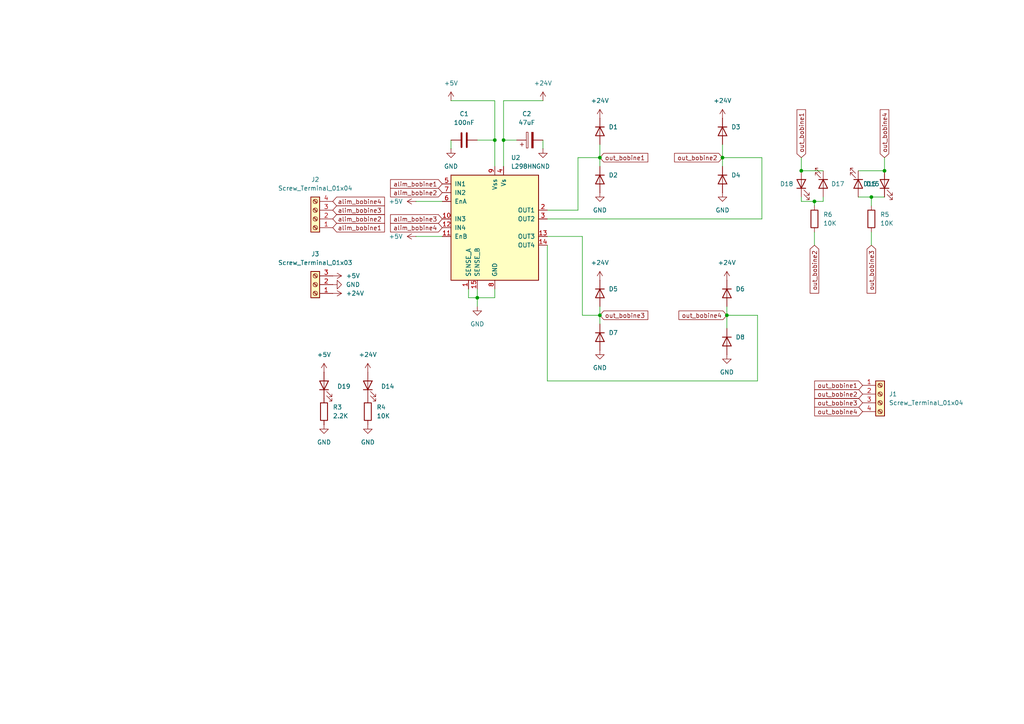
<source format=kicad_sch>
(kicad_sch (version 20250114) (generator "eeschema") (generator_version "9.0")
  (paper "A4")
  (lib_symbols
    (symbol "Connector:Screw_Terminal_01x03" (pin_names (offset 1.016) (hide yes))
      (property "Reference" "J" (at 0 5.08 0))
      (property "Value" "Screw_Terminal_01x03" (at 0 -5.08 0))
      (symbol "Screw_Terminal_01x03_1_1"
        (rectangle (start -1.27 3.81) (end 1.27 -3.81) (stroke (width 0.254)) (fill (type background)))
        (polyline (pts (xy -0.5334 2.8702) (xy 0.3302 2.032)) (stroke (width 0.1524)))
        (polyline (pts (xy -0.5334 0.3302) (xy 0.3302 -0.508)) (stroke (width 0.1524)))
        (polyline (pts (xy -0.5334 -2.2098) (xy 0.3302 -3.048)) (stroke (width 0.1524)))
        (polyline (pts (xy -0.3556 3.048) (xy 0.508 2.2098)) (stroke (width 0.1524)))
        (polyline (pts (xy -0.3556 0.508) (xy 0.508 -0.3302)) (stroke (width 0.1524)))
        (polyline (pts (xy -0.3556 -2.032) (xy 0.508 -2.8702)) (stroke (width 0.1524)))
        (circle (center 0 2.54) (radius 0.635) (stroke (width 0.1524)))
        (circle (center 0 0) (radius 0.635) (stroke (width 0.1524)))
        (circle (center 0 -2.54) (radius 0.635) (stroke (width 0.1524)))
        (pin passive line (at -5.08 2.54 0) (length 3.81) (name "Pin_1") (number "1"))
        (pin passive line (at -5.08 0 0) (length 3.81) (name "Pin_2") (number "2"))
        (pin passive line (at -5.08 -2.54 0) (length 3.81) (name "Pin_3") (number "3"))
      )
    )
    (symbol "Connector:Screw_Terminal_01x04" (pin_names (offset 1.016) (hide yes))
      (property "Reference" "J" (at 0 5.08 0))
      (property "Value" "Screw_Terminal_01x04" (at 0 -7.62 0))
      (symbol "Screw_Terminal_01x04_1_1"
        (rectangle (start -1.27 3.81) (end 1.27 -6.35) (stroke (width 0.254)) (fill (type background)))
        (polyline (pts (xy -0.5334 2.8702) (xy 0.3302 2.032)) (stroke (width 0.1524)))
        (polyline (pts (xy -0.5334 0.3302) (xy 0.3302 -0.508)) (stroke (width 0.1524)))
        (polyline (pts (xy -0.5334 -2.2098) (xy 0.3302 -3.048)) (stroke (width 0.1524)))
        (polyline (pts (xy -0.5334 -4.7498) (xy 0.3302 -5.588)) (stroke (width 0.1524)))
        (polyline (pts (xy -0.3556 3.048) (xy 0.508 2.2098)) (stroke (width 0.1524)))
        (polyline (pts (xy -0.3556 0.508) (xy 0.508 -0.3302)) (stroke (width 0.1524)))
        (polyline (pts (xy -0.3556 -2.032) (xy 0.508 -2.8702)) (stroke (width 0.1524)))
        (polyline (pts (xy -0.3556 -4.572) (xy 0.508 -5.4102)) (stroke (width 0.1524)))
        (circle (center 0 2.54) (radius 0.635) (stroke (width 0.1524)))
        (circle (center 0 0) (radius 0.635) (stroke (width 0.1524)))
        (circle (center 0 -2.54) (radius 0.635) (stroke (width 0.1524)))
        (circle (center 0 -5.08) (radius 0.635) (stroke (width 0.1524)))
        (pin passive line (at -5.08 2.54 0) (length 3.81) (name "Pin_1") (number "1"))
        (pin passive line (at -5.08 0 0) (length 3.81) (name "Pin_2") (number "2"))
        (pin passive line (at -5.08 -2.54 0) (length 3.81) (name "Pin_3") (number "3"))
        (pin passive line (at -5.08 -5.08 0) (length 3.81) (name "Pin_4") (number "4"))
      )
    )
    (symbol "Device:C" (pin_numbers (hide yes)) (pin_names (offset 0.254))
      (property "Reference" "C" (at 0.635 2.54 0))
      (property "Value" "C" (at 0.635 -2.54 0))
      (symbol "C_0_1"
        (polyline (pts (xy -2.032 0.762) (xy 2.032 0.762)) (stroke (width 0.508)))
        (polyline (pts (xy -2.032 -0.762) (xy 2.032 -0.762)) (stroke (width 0.508)))
      )
      (symbol "C_1_1"
        (pin passive line (at 0 3.81 270) (length 2.794) (name "~") (number "1"))
        (pin passive line (at 0 -3.81 90) (length 2.794) (name "~") (number "2"))
      )
    )
    (symbol "Device:C_Polarized" (pin_numbers (hide yes)) (pin_names (offset 0.254))
      (property "Reference" "C" (at 0.635 2.54 0))
      (property "Value" "C_Polarized" (at 0.635 -2.54 0))
      (symbol "C_Polarized_0_1"
        (rectangle (start -2.286 0.508) (end 2.286 1.016))
        (polyline (pts (xy -1.778 2.286) (xy -0.762 2.286)))
        (polyline (pts (xy -1.27 2.794) (xy -1.27 1.778)))
        (rectangle (start 2.286 -0.508) (end -2.286 -1.016) (fill (type outline)))
      )
      (symbol "C_Polarized_1_1"
        (pin passive line (at 0 3.81 270) (length 2.794) (name "~") (number "1"))
        (pin passive line (at 0 -3.81 90) (length 2.794) (name "~") (number "2"))
      )
    )
    (symbol "Device:D" (pin_numbers (hide yes)) (pin_names (offset 1.016) (hide yes))
      (property "Reference" "D" (at 0 2.54 0))
      (property "Value" "D" (at 0 -2.54 0))
      (symbol "D_0_1"
        (polyline (pts (xy -1.27 1.27) (xy -1.27 -1.27)) (stroke (width 0.254)))
        (polyline (pts (xy 1.27 1.27) (xy 1.27 -1.27) (xy -1.27 0) (xy 1.27 1.27)) (stroke (width 0.254)))
        (polyline (pts (xy 1.27 0) (xy -1.27 0)))
      )
      (symbol "D_1_1"
        (pin passive line (at -3.81 0 0) (length 2.54) (name "K") (number "1"))
        (pin passive line (at 3.81 0 180) (length 2.54) (name "A") (number "2"))
      )
    )
    (symbol "Device:LED" (pin_numbers (hide yes)) (pin_names (offset 1.016) (hide yes))
      (property "Reference" "D" (at 0 2.54 0))
      (property "Value" "LED" (at 0 -2.54 0))
      (symbol "LED_0_1"
        (polyline (pts (xy -3.048 -0.762) (xy -4.572 -2.286) (xy -3.81 -2.286) (xy -4.572 -2.286) (xy -4.572 -1.524)))
        (polyline (pts (xy -1.778 -0.762) (xy -3.302 -2.286) (xy -2.54 -2.286) (xy -3.302 -2.286) (xy -3.302 -1.524)))
        (polyline (pts (xy -1.27 0) (xy 1.27 0)))
        (polyline (pts (xy -1.27 -1.27) (xy -1.27 1.27)) (stroke (width 0.254)))
        (polyline (pts (xy 1.27 -1.27) (xy 1.27 1.27) (xy -1.27 0) (xy 1.27 -1.27)) (stroke (width 0.254)))
      )
      (symbol "LED_1_1"
        (pin passive line (at -3.81 0 0) (length 2.54) (name "K") (number "1"))
        (pin passive line (at 3.81 0 180) (length 2.54) (name "A") (number "2"))
      )
    )
    (symbol "Device:R" (pin_numbers (hide yes)) (pin_names (offset 0))
      (property "Reference" "R" (at 2.032 0 90))
      (property "Value" "R" (at 0 0 90))
      (symbol "R_0_1"
        (rectangle (start -1.016 -2.54) (end 1.016 2.54) (stroke (width 0.254)))
      )
      (symbol "R_1_1"
        (pin passive line (at 0 3.81 270) (length 1.27) (name "~") (number "1"))
        (pin passive line (at 0 -3.81 90) (length 1.27) (name "~") (number "2"))
      )
    )
    (symbol "Driver_Motor:L298HN" (pin_names (offset 1.016))
      (property "Reference" "U" (at -10.16 16.51 0))
      (property "Value" "L298HN" (at 12.7 16.51 0))
      (symbol "L298HN_0_1"
        (rectangle (start -12.7 15.24) (end 12.7 -15.24) (stroke (width 0.254)) (fill (type background)))
      )
      (symbol "L298HN_1_1"
        (pin input line (at -15.24 12.7 0) (length 2.54) (name "IN1") (number "5"))
        (pin input line (at -15.24 10.16 0) (length 2.54) (name "IN2") (number "7"))
        (pin input line (at -15.24 7.62 0) (length 2.54) (name "EnA") (number "6"))
        (pin input line (at -15.24 2.54 0) (length 2.54) (name "IN3") (number "10"))
        (pin input line (at -15.24 0 0) (length 2.54) (name "IN4") (number "12"))
        (pin input line (at -15.24 -2.54 0) (length 2.54) (name "EnB") (number "11"))
        (pin power_in line (at -7.62 -17.78 90) (length 2.54) (name "SENSE_A") (number "1"))
        (pin power_in line (at -5.08 -17.78 90) (length 2.54) (name "SENSE_B") (number "15"))
        (pin power_in line (at 0 17.78 270) (length 2.54) (name "Vss") (number "9"))
        (pin power_in line (at 0 -17.78 90) (length 2.54) (name "GND") (number "8"))
        (pin power_in line (at 2.54 17.78 270) (length 2.54) (name "Vs") (number "4"))
        (pin output line (at 15.24 5.08 180) (length 2.54) (name "OUT1") (number "2"))
        (pin output line (at 15.24 2.54 180) (length 2.54) (name "OUT2") (number "3"))
        (pin output line (at 15.24 -2.54 180) (length 2.54) (name "OUT3") (number "13"))
        (pin output line (at 15.24 -5.08 180) (length 2.54) (name "OUT4") (number "14"))
      )
    )
    (symbol "power:+24V" (power) (pin_numbers (hide yes)) (pin_names (offset 0) (hide yes))
      (property "Value" "+24V" (at 0 3.556 0))
      (symbol "+24V_0_1"
        (polyline (pts (xy -0.762 1.27) (xy 0 2.54)))
        (polyline (pts (xy 0 2.54) (xy 0.762 1.27)))
        (polyline (pts (xy 0 0) (xy 0 2.54)))
      )
      (symbol "+24V_1_1"
        (pin power_in line (at 0 0 90) (length 0) (name "~") (number "1"))
      )
    )
    (symbol "power:+5V" (power) (pin_numbers (hide yes)) (pin_names (offset 0) (hide yes))
      (property "Value" "+5V" (at 0 3.556 0))
      (symbol "+5V_0_1"
        (polyline (pts (xy -0.762 1.27) (xy 0 2.54)))
        (polyline (pts (xy 0 2.54) (xy 0.762 1.27)))
        (polyline (pts (xy 0 0) (xy 0 2.54)))
      )
      (symbol "+5V_1_1"
        (pin power_in line (at 0 0 90) (length 0) (name "~") (number "1"))
      )
    )
    (symbol "power:GND" (power) (pin_numbers (hide yes)) (pin_names (offset 0) (hide yes))
      (property "Value" "GND" (at 0 -3.81 0))
      (symbol "GND_0_1"
        (polyline (pts (xy 0 0) (xy 0 -1.27) (xy 1.27 -1.27) (xy 0 -2.54) (xy -1.27 -1.27) (xy 0 -1.27)))
      )
      (symbol "GND_1_1"
        (pin power_in line (at 0 0 270) (length 0) (name "~") (number "1"))
      )
    )
  )
  (junction (at 173.99 91.44))
  (junction (at 138.43 86.36))
  (junction (at 256.54 49.53))
  (junction (at 143.51 40.64))
  (junction (at 210.82 91.44))
  (junction (at 209.55 45.72))
  (junction (at 252.73 57.15))
  (junction (at 236.22 58.42))
  (junction (at 146.05 40.64))
  (junction (at 232.41 49.53))
  (junction (at 173.99 45.72))
  (wire (pts (xy 158.75 68.58) (xy 168.91 68.58)))
  (wire (pts (xy 236.22 58.42) (xy 238.76 58.42)))
  (wire (pts (xy 252.73 57.15) (xy 252.73 59.69)))
  (wire (pts (xy 167.64 60.96) (xy 167.64 45.72)))
  (wire (pts (xy 220.98 63.5) (xy 220.98 45.72)))
  (wire (pts (xy 209.55 45.72) (xy 209.55 48.26)))
  (wire (pts (xy 143.51 29.21) (xy 143.51 40.64)))
  (wire (pts (xy 219.71 91.44) (xy 210.82 91.44)))
  (wire (pts (xy 210.82 91.44) (xy 210.82 95.25)))
  (wire (pts (xy 220.98 45.72) (xy 209.55 45.72)))
  (wire (pts (xy 219.71 110.49) (xy 219.71 91.44)))
  (wire (pts (xy 158.75 110.49) (xy 219.71 110.49)))
  (wire (pts (xy 232.41 49.53) (xy 238.76 49.53)))
  (wire (pts (xy 232.41 58.42) (xy 236.22 58.42)))
  (wire (pts (xy 158.75 63.5) (xy 220.98 63.5)))
  (wire (pts (xy 167.64 45.72) (xy 173.99 45.72)))
  (wire (pts (xy 158.75 71.12) (xy 158.75 110.49)))
  (wire (pts (xy 236.22 67.31) (xy 236.22 71.12)))
  (wire (pts (xy 149.86 40.64) (xy 146.05 40.64)))
  (wire (pts (xy 120.65 58.42) (xy 128.27 58.42)))
  (wire (pts (xy 168.91 91.44) (xy 173.99 91.44)))
  (wire (pts (xy 210.82 88.9) (xy 210.82 91.44)))
  (wire (pts (xy 135.89 83.82) (xy 135.89 86.36)))
  (wire (pts (xy 138.43 86.36) (xy 138.43 83.82)))
  (wire (pts (xy 252.73 57.15) (xy 256.54 57.15)))
  (wire (pts (xy 252.73 67.31) (xy 252.73 71.12)))
  (wire (pts (xy 158.75 60.96) (xy 167.64 60.96)))
  (wire (pts (xy 138.43 88.9) (xy 138.43 86.36)))
  (wire (pts (xy 232.41 57.15) (xy 232.41 58.42)))
  (wire (pts (xy 209.55 41.91) (xy 209.55 45.72)))
  (wire (pts (xy 138.43 40.64) (xy 143.51 40.64)))
  (wire (pts (xy 135.89 86.36) (xy 138.43 86.36)))
  (wire (pts (xy 130.81 29.21) (xy 143.51 29.21)))
  (wire (pts (xy 143.51 83.82) (xy 143.51 86.36)))
  (wire (pts (xy 236.22 58.42) (xy 236.22 59.69)))
  (wire (pts (xy 173.99 88.9) (xy 173.99 91.44)))
  (wire (pts (xy 146.05 40.64) (xy 146.05 48.26)))
  (wire (pts (xy 120.65 68.58) (xy 128.27 68.58)))
  (wire (pts (xy 173.99 91.44) (xy 173.99 93.98)))
  (wire (pts (xy 173.99 45.72) (xy 173.99 48.26)))
  (wire (pts (xy 130.81 40.64) (xy 130.81 43.18)))
  (wire (pts (xy 238.76 57.15) (xy 238.76 58.42)))
  (wire (pts (xy 256.54 45.72) (xy 256.54 49.53)))
  (wire (pts (xy 168.91 68.58) (xy 168.91 91.44)))
  (wire (pts (xy 157.48 29.21) (xy 146.05 29.21)))
  (wire (pts (xy 143.51 86.36) (xy 138.43 86.36)))
  (wire (pts (xy 248.92 49.53) (xy 256.54 49.53)))
  (wire (pts (xy 143.51 40.64) (xy 143.51 48.26)))
  (wire (pts (xy 248.92 57.15) (xy 252.73 57.15)))
  (wire (pts (xy 157.48 40.64) (xy 157.48 43.18)))
  (wire (pts (xy 146.05 29.21) (xy 146.05 40.64)))
  (wire (pts (xy 173.99 41.91) (xy 173.99 45.72)))
  (wire (pts (xy 232.41 45.72) (xy 232.41 49.53)))
  (global_label "alim_bobine4" (shape input) (at 96.52 58.42 0) (property "Intersheetrefs" "${INTERSHEET_REFS}" (effects (hide yes))))
  (global_label "out_bobine2" (shape input) (at 209.55 45.72 180) (property "Intersheetrefs" "${INTERSHEET_REFS}" (effects (hide yes))))
  (global_label "out_bobine3" (shape input) (at 173.99 91.44 0) (property "Intersheetrefs" "${INTERSHEET_REFS}" (effects (hide yes))))
  (global_label "alim_bobine3" (shape input) (at 128.27 63.5 180) (property "Intersheetrefs" "${INTERSHEET_REFS}" (effects (hide yes))))
  (global_label "out_bobine3" (shape input) (at 250.19 116.84 180) (property "Intersheetrefs" "${INTERSHEET_REFS}" (effects (hide yes))))
  (global_label "alim_bobine2" (shape input) (at 96.52 63.5 0) (property "Intersheetrefs" "${INTERSHEET_REFS}" (effects (hide yes))))
  (global_label "alim_bobine1" (shape input) (at 96.52 66.04 0) (property "Intersheetrefs" "${INTERSHEET_REFS}" (effects (hide yes))))
  (global_label "alim_bobine1" (shape input) (at 128.27 53.34 180) (property "Intersheetrefs" "${INTERSHEET_REFS}" (effects (hide yes))))
  (global_label "out_bobine4" (shape input) (at 250.19 119.38 180) (property "Intersheetrefs" "${INTERSHEET_REFS}" (effects (hide yes))))
  (global_label "out_bobine1" (shape input) (at 250.19 111.76 180) (property "Intersheetrefs" "${INTERSHEET_REFS}" (effects (hide yes))))
  (global_label "out_bobine3" (shape input) (at 252.73 71.12 270) (property "Intersheetrefs" "${INTERSHEET_REFS}" (effects (hide yes))))
  (global_label "alim_bobine2" (shape input) (at 128.27 55.88 180) (property "Intersheetrefs" "${INTERSHEET_REFS}" (effects (hide yes))))
  (global_label "alim_bobine3" (shape input) (at 96.52 60.96 0) (property "Intersheetrefs" "${INTERSHEET_REFS}" (effects (hide yes))))
  (global_label "alim_bobine4" (shape input) (at 128.27 66.04 180) (property "Intersheetrefs" "${INTERSHEET_REFS}" (effects (hide yes))))
  (global_label "out_bobine1" (shape input) (at 232.41 45.72 90) (property "Intersheetrefs" "${INTERSHEET_REFS}" (effects (hide yes))))
  (global_label "out_bobine4" (shape input) (at 256.54 45.72 90) (property "Intersheetrefs" "${INTERSHEET_REFS}" (effects (hide yes))))
  (global_label "out_bobine2" (shape input) (at 250.19 114.3 180) (property "Intersheetrefs" "${INTERSHEET_REFS}" (effects (hide yes))))
  (global_label "out_bobine2" (shape input) (at 236.22 71.12 270) (property "Intersheetrefs" "${INTERSHEET_REFS}" (effects (hide yes))))
  (global_label "out_bobine4" (shape input) (at 210.82 91.44 180) (property "Intersheetrefs" "${INTERSHEET_REFS}" (effects (hide yes))))
  (global_label "out_bobine1" (shape input) (at 173.99 45.72 0) (property "Intersheetrefs" "${INTERSHEET_REFS}" (effects (hide yes))))
  (symbol (lib_id "power:+24V") (at 157.48 29.21 0) (unit 1)
    (property "Reference" "#PWR04" (effects (hide yes)))
    (property "Value" "+24V" (at 157.48 24.13 0))
    (property "Description" "Power symbol creates a global label with name \"+24V\"" (effects (hide yes)))
  )
  (symbol (lib_id "Device:LED") (at 238.76 53.34 270) (unit 1)
    (property "Reference" "D17" (at 241.046 53.34 90) (effects (justify left)))
    (property "Value" "LED_Blue" (effects (hide yes)))
    (property "Footprint" "LED_SMD:LED_0603_1608Metric" (effects (hide yes)))
    (property "Description" "Light emitting diode" (effects (hide yes)))
    (property "Sim.Pins" "1=K 2=A" (effects (hide yes)))
    (property "LCSC" "C965807" (effects (hide yes)))
  )
  (symbol (lib_id "power:+5V") (at 96.52 80.01 270) (unit 1)
    (property "Reference" "#PWR016" (effects (hide yes)))
    (property "Value" "+5V" (at 100.33 80.0099 90) (effects (justify left)))
    (property "Description" "Power symbol creates a global label with name \"+5V\"" (effects (hide yes)))
  )
  (symbol (lib_id "power:GND") (at 210.82 102.87 0) (unit 1)
    (property "Reference" "#PWR013" (effects (hide yes)))
    (property "Value" "GND" (at 210.82 107.95 0))
    (property "Description" "Power symbol creates a global label with name \"GND\" , ground" (effects (hide yes)))
  )
  (symbol (lib_id "Connector:Screw_Terminal_01x03") (at 91.44 82.55 180) (unit 1)
    (property "Reference" "J3" (at 91.44 73.66 0))
    (property "Value" "Screw_Terminal_01x03" (at 91.44 76.2 0))
    (property "Footprint" "Connector_PinSocket_2.54mm:PinSocket_1x03_P2.54mm_Vertical" (effects (hide yes)))
    (property "Description" "Generic screw terminal, single row, 01x03, script generated (kicad-library-utils/schlib/autogen/connector/)" (effects (hide yes)))
  )
  (symbol (lib_id "Device:LED") (at 256.54 53.34 90) (unit 1)
    (property "Reference" "D16" (at 254.254 53.34 90) (effects (justify left)))
    (property "Value" "LED_Blue" (effects (hide yes)))
    (property "Footprint" "LED_SMD:LED_0603_1608Metric" (effects (hide yes)))
    (property "Description" "Light emitting diode" (effects (hide yes)))
    (property "Sim.Pins" "1=K 2=A" (effects (hide yes)))
    (property "LCSC" "C965807" (effects (hide yes)))
  )
  (symbol (lib_id "Device:D") (at 209.55 38.1 270) (unit 1)
    (property "Reference" "D3" (at 212.09 36.8299 90) (effects (justify left)))
    (property "Value" "D" (effects (hide yes)))
    (property "Footprint" "Diode_SMD:D_SOD-323" (effects (hide yes)))
    (property "Description" "Diode" (effects (hide yes)))
    (property "Sim.Device" "D" (effects (hide yes)))
    (property "Sim.Pins" "1=K 2=A" (effects (hide yes)))
    (property "LCSC" "C191023" (effects (hide yes)))
  )
  (symbol (lib_id "Device:LED") (at 232.41 53.34 90) (unit 1)
    (property "Reference" "D18" (at 230.124 53.34 90) (effects (justify left)))
    (property "Value" "LED_Blue" (effects (hide yes)))
    (property "Footprint" "LED_SMD:LED_0603_1608Metric" (effects (hide yes)))
    (property "Description" "Light emitting diode" (effects (hide yes)))
    (property "Sim.Pins" "1=K 2=A" (effects (hide yes)))
    (property "LCSC" "C965807" (effects (hide yes)))
  )
  (symbol (lib_id "power:+24V") (at 209.55 34.29 0) (unit 1)
    (property "Reference" "#PWR09" (effects (hide yes)))
    (property "Value" "+24V" (at 209.55 29.21 0))
    (property "Description" "Power symbol creates a global label with name \"+24V\"" (effects (hide yes)))
  )
  (symbol (lib_id "Device:LED") (at 106.68 111.76 90) (unit 1)
    (property "Reference" "D14" (at 110.49 112.0774 90) (effects (justify right)))
    (property "Value" "LED_Yellow" (effects (hide yes)))
    (property "Footprint" "LED_SMD:LED_0603_1608Metric" (effects (hide yes)))
    (property "Description" "Light emitting diode" (effects (hide yes)))
    (property "Sim.Pins" "1=K 2=A" (effects (hide yes)))
    (property "LCSC" "C965802" (effects (hide yes)))
  )
  (symbol (lib_id "power:+24V") (at 106.68 107.95 0) (unit 1)
    (property "Reference" "#PWR022" (effects (hide yes)))
    (property "Value" "+24V" (at 106.68 102.87 0))
    (property "Description" "Power symbol creates a global label with name \"+24V\"" (effects (hide yes)))
  )
  (symbol (lib_id "Device:D") (at 210.82 99.06 270) (unit 1)
    (property "Reference" "D8" (at 213.36 97.7899 90) (effects (justify left)))
    (property "Value" "D" (effects (hide yes)))
    (property "Footprint" "Diode_SMD:D_SOD-323" (effects (hide yes)))
    (property "Description" "Diode" (effects (hide yes)))
    (property "Sim.Device" "D" (effects (hide yes)))
    (property "Sim.Pins" "1=K 2=A" (effects (hide yes)))
    (property "LCSC" "C191023" (effects (hide yes)))
  )
  (symbol (lib_id "Device:D") (at 173.99 85.09 270) (unit 1)
    (property "Reference" "D5" (at 176.53 83.8199 90) (effects (justify left)))
    (property "Value" "D" (effects (hide yes)))
    (property "Footprint" "Diode_SMD:D_SOD-323" (effects (hide yes)))
    (property "Description" "Diode" (effects (hide yes)))
    (property "Sim.Device" "D" (effects (hide yes)))
    (property "Sim.Pins" "1=K 2=A" (effects (hide yes)))
    (property "LCSC" "C191023" (effects (hide yes)))
  )
  (symbol (lib_id "Device:D") (at 173.99 38.1 270) (unit 1)
    (property "Reference" "D1" (at 176.53 36.8299 90) (effects (justify left)))
    (property "Value" "D" (effects (hide yes)))
    (property "Footprint" "Diode_SMD:D_SOD-323" (effects (hide yes)))
    (property "Description" "Diode" (effects (hide yes)))
    (property "Sim.Device" "D" (effects (hide yes)))
    (property "Sim.Pins" "1=K 2=A" (effects (hide yes)))
    (property "LCSC" "C191023" (effects (hide yes)))
  )
  (symbol (lib_id "Device:C_Polarized") (at 153.67 40.64 90) (unit 1)
    (property "Reference" "C2" (at 152.781 33.02 90))
    (property "Value" "47uF" (at 152.781 35.56 90))
    (property "Footprint" "Capacitor_SMD:C_Elec_6.3x7.7" (effects (hide yes)))
    (property "Description" "Polarized capacitor" (effects (hide yes)))
    (property "LCSC" "C72523" (effects (hide yes)))
  )
  (symbol (lib_id "power:+24V") (at 210.82 81.28 0) (unit 1)
    (property "Reference" "#PWR011" (effects (hide yes)))
    (property "Value" "+24V" (at 210.82 76.2 0))
    (property "Description" "Power symbol creates a global label with name \"+24V\"" (effects (hide yes)))
  )
  (symbol (lib_id "Driver_Motor:L298HN") (at 143.51 66.04 0) (unit 1)
    (property "Reference" "U2" (at 148.1933 45.72 0) (effects (justify left)))
    (property "Value" "L298HN" (at 148.1933 48.26 0) (effects (justify left)))
    (property "Footprint" "Package_TO_SOT_THT:TO-220-15_P2.54x2.54mm_StaggerOdd_Lead5.84mm_TabDown" (effects (hide yes)))
    (property "Datasheet" "http://www.st.com/st-web-ui/static/active/en/resource/technical/document/datasheet/CD00000240.pdf" (effects (hide yes)))
    (property "Description" "Dual full bridge motor driver, up to 46V, 4A, Multiwatt15-H" (effects (hide yes)))
  )
  (symbol (lib_id "power:+24V") (at 173.99 34.29 0) (unit 1)
    (property "Reference" "#PWR08" (effects (hide yes)))
    (property "Value" "+24V" (at 173.99 29.21 0))
    (property "Description" "Power symbol creates a global label with name \"+24V\"" (effects (hide yes)))
  )
  (symbol (lib_id "power:GND") (at 173.99 101.6 0) (unit 1)
    (property "Reference" "#PWR012" (effects (hide yes)))
    (property "Value" "GND" (at 173.99 106.68 0))
    (property "Description" "Power symbol creates a global label with name \"GND\" , ground" (effects (hide yes)))
  )
  (symbol (lib_id "Device:R") (at 252.73 63.5 0) (unit 1)
    (property "Reference" "R5" (at 255.27 62.2299 0) (effects (justify left)))
    (property "Value" "10K" (at 255.27 64.7699 0) (effects (justify left)))
    (property "Footprint" "Resistor_SMD:R_0603_1608Metric" (effects (hide yes)))
    (property "Description" "Resistor" (effects (hide yes)))
    (property "LCSC" "C98220" (effects (hide yes)))
  )
  (symbol (lib_id "Device:D") (at 173.99 52.07 270) (unit 1)
    (property "Reference" "D2" (at 176.53 50.7999 90) (effects (justify left)))
    (property "Value" "D" (effects (hide yes)))
    (property "Footprint" "Diode_SMD:D_SOD-323" (effects (hide yes)))
    (property "Description" "Diode" (effects (hide yes)))
    (property "Sim.Device" "D" (effects (hide yes)))
    (property "Sim.Pins" "1=K 2=A" (effects (hide yes)))
    (property "LCSC" "C191023" (effects (hide yes)))
  )
  (symbol (lib_id "Device:LED") (at 248.92 53.34 270) (unit 1)
    (property "Reference" "D15" (at 251.206 53.34 90) (effects (justify left)))
    (property "Value" "LED_Blue" (effects (hide yes)))
    (property "Footprint" "LED_SMD:LED_0603_1608Metric" (effects (hide yes)))
    (property "Description" "Light emitting diode" (effects (hide yes)))
    (property "Sim.Pins" "1=K 2=A" (effects (hide yes)))
    (property "LCSC" "C965807" (effects (hide yes)))
  )
  (symbol (lib_id "power:+24V") (at 173.99 81.28 0) (unit 1)
    (property "Reference" "#PWR010" (effects (hide yes)))
    (property "Value" "+24V" (at 173.99 76.2 0))
    (property "Description" "Power symbol creates a global label with name \"+24V\"" (effects (hide yes)))
  )
  (symbol (lib_id "Device:R") (at 93.98 119.38 0) (unit 1)
    (property "Reference" "R3" (at 96.52 118.1099 0) (effects (justify left)))
    (property "Value" "2.2K" (at 96.52 120.6499 0) (effects (justify left)))
    (property "Footprint" "Resistor_SMD:R_0603_1608Metric" (effects (hide yes)))
    (property "Description" "Resistor" (effects (hide yes)))
    (property "LCSC" "C114662" (effects (hide yes)))
  )
  (symbol (lib_id "power:+5V") (at 93.98 107.95 0) (unit 1)
    (property "Reference" "#PWR021" (effects (hide yes)))
    (property "Value" "+5V" (at 93.98 102.87 0))
    (property "Description" "Power symbol creates a global label with name \"+5V\"" (effects (hide yes)))
  )
  (symbol (lib_id "Device:D") (at 210.82 85.09 270) (unit 1)
    (property "Reference" "D6" (at 213.36 83.8199 90) (effects (justify left)))
    (property "Value" "D" (effects (hide yes)))
    (property "Footprint" "Diode_SMD:D_SOD-323" (effects (hide yes)))
    (property "Description" "Diode" (effects (hide yes)))
    (property "Sim.Device" "D" (effects (hide yes)))
    (property "Sim.Pins" "1=K 2=A" (effects (hide yes)))
    (property "LCSC" "C191023" (effects (hide yes)))
  )
  (symbol (lib_id "power:+5V") (at 120.65 68.58 90) (unit 1)
    (property "Reference" "#PWR07" (effects (hide yes)))
    (property "Value" "+5V" (at 116.84 68.5799 90) (effects (justify left)))
    (property "Description" "Power symbol creates a global label with name \"+5V\"" (effects (hide yes)))
  )
  (symbol (lib_id "Device:R") (at 106.68 119.38 0) (unit 1)
    (property "Reference" "R4" (at 109.22 118.1099 0) (effects (justify left)))
    (property "Value" "10K" (at 109.22 120.6499 0) (effects (justify left)))
    (property "Footprint" "Resistor_SMD:R_0603_1608Metric" (effects (hide yes)))
    (property "Description" "Resistor" (effects (hide yes)))
    (property "LCSC" "C98220" (effects (hide yes)))
  )
  (symbol (lib_id "power:+5V") (at 120.65 58.42 90) (unit 1)
    (property "Reference" "#PWR06" (effects (hide yes)))
    (property "Value" "+5V" (at 116.84 58.4199 90) (effects (justify left)))
    (property "Description" "Power symbol creates a global label with name \"+5V\"" (effects (hide yes)))
  )
  (symbol (lib_id "power:GND") (at 209.55 55.88 0) (unit 1)
    (property "Reference" "#PWR015" (effects (hide yes)))
    (property "Value" "GND" (at 209.55 60.96 0))
    (property "Description" "Power symbol creates a global label with name \"GND\" , ground" (effects (hide yes)))
  )
  (symbol (lib_id "Connector:Screw_Terminal_01x04") (at 91.44 63.5 180) (unit 1)
    (property "Reference" "J2" (at 91.44 52.07 0))
    (property "Value" "Screw_Terminal_01x04" (at 91.44 54.61 0))
    (property "Footprint" "Connector_PinHeader_2.54mm:PinHeader_1x04_P2.54mm_Vertical" (effects (hide yes)))
    (property "Description" "Generic screw terminal, single row, 01x04, script generated (kicad-library-utils/schlib/autogen/connector/)" (effects (hide yes)))
  )
  (symbol (lib_id "Device:D") (at 173.99 97.79 270) (unit 1)
    (property "Reference" "D7" (at 176.53 96.5199 90) (effects (justify left)))
    (property "Value" "D" (effects (hide yes)))
    (property "Footprint" "Diode_SMD:D_SOD-323" (effects (hide yes)))
    (property "Description" "Diode" (effects (hide yes)))
    (property "Sim.Device" "D" (effects (hide yes)))
    (property "Sim.Pins" "1=K 2=A" (effects (hide yes)))
    (property "LCSC" "C191023" (effects (hide yes)))
  )
  (symbol (lib_id "Device:D") (at 209.55 52.07 270) (unit 1)
    (property "Reference" "D4" (at 212.09 50.7999 90) (effects (justify left)))
    (property "Value" "D" (effects (hide yes)))
    (property "Footprint" "Diode_SMD:D_SOD-323" (effects (hide yes)))
    (property "Description" "Diode" (effects (hide yes)))
    (property "Sim.Device" "D" (effects (hide yes)))
    (property "Sim.Pins" "1=K 2=A" (effects (hide yes)))
    (property "LCSC" "C191023" (effects (hide yes)))
  )
  (symbol (lib_id "power:GND") (at 138.43 88.9 0) (unit 1)
    (property "Reference" "#PWR05" (effects (hide yes)))
    (property "Value" "GND" (at 138.43 93.98 0))
    (property "Description" "Power symbol creates a global label with name \"GND\" , ground" (effects (hide yes)))
  )
  (symbol (lib_id "power:GND") (at 93.98 123.19 0) (unit 1)
    (property "Reference" "#PWR019" (effects (hide yes)))
    (property "Value" "GND" (at 93.98 128.27 0))
    (property "Description" "Power symbol creates a global label with name \"GND\" , ground" (effects (hide yes)))
  )
  (symbol (lib_id "power:GND") (at 173.99 55.88 0) (unit 1)
    (property "Reference" "#PWR014" (effects (hide yes)))
    (property "Value" "GND" (at 173.99 60.96 0))
    (property "Description" "Power symbol creates a global label with name \"GND\" , ground" (effects (hide yes)))
  )
  (symbol (lib_id "power:+24V") (at 96.52 85.09 270) (unit 1)
    (property "Reference" "#PWR017" (effects (hide yes)))
    (property "Value" "+24V" (at 100.33 85.0899 90) (effects (justify left)))
    (property "Description" "Power symbol creates a global label with name \"+24V\"" (effects (hide yes)))
  )
  (symbol (lib_id "Connector:Screw_Terminal_01x04") (at 255.27 114.3 0) (unit 1)
    (property "Reference" "J1" (at 257.81 114.2999 0) (effects (justify left)))
    (property "Value" "Screw_Terminal_01x04" (at 257.81 116.8399 0) (effects (justify left)))
    (property "Footprint" "Connector_PinHeader_2.54mm:PinHeader_1x04_P2.54mm_Vertical" (effects (hide yes)))
    (property "Description" "Generic screw terminal, single row, 01x04, script generated (kicad-library-utils/schlib/autogen/connector/)" (effects (hide yes)))
  )
  (symbol (lib_id "Device:C") (at 134.62 40.64 90) (unit 1)
    (property "Reference" "C1" (at 134.62 33.02 90))
    (property "Value" "100nF" (at 134.62 35.56 90))
    (property "Footprint" "Capacitor_SMD:C_0603_1608Metric" (effects (hide yes)))
    (property "Description" "Unpolarized capacitor" (effects (hide yes)))
    (property "LCSC" "C14663" (effects (hide yes)))
  )
  (symbol (lib_id "power:GND") (at 157.48 43.18 0) (unit 1)
    (property "Reference" "#PWR02" (effects (hide yes)))
    (property "Value" "GND" (at 157.48 48.26 0))
    (property "Description" "Power symbol creates a global label with name \"GND\" , ground" (effects (hide yes)))
  )
  (symbol (lib_id "power:GND") (at 106.68 123.19 0) (unit 1)
    (property "Reference" "#PWR020" (effects (hide yes)))
    (property "Value" "GND" (at 106.68 128.27 0))
    (property "Description" "Power symbol creates a global label with name \"GND\" , ground" (effects (hide yes)))
  )
  (symbol (lib_id "Device:LED") (at 93.98 111.76 90) (unit 1)
    (property "Reference" "D19" (at 97.79 112.0774 90) (effects (justify right)))
    (property "Value" "LED_Yellow" (effects (hide yes)))
    (property "Footprint" "LED_SMD:LED_0603_1608Metric" (effects (hide yes)))
    (property "Description" "Light emitting diode" (effects (hide yes)))
    (property "Sim.Pins" "1=K 2=A" (effects (hide yes)))
    (property "LCSC" "C965802" (effects (hide yes)))
  )
  (symbol (lib_id "power:GND") (at 130.81 43.18 0) (unit 1)
    (property "Reference" "#PWR01" (effects (hide yes)))
    (property "Value" "GND" (at 130.81 48.26 0))
    (property "Description" "Power symbol creates a global label with name \"GND\" , ground" (effects (hide yes)))
  )
  (symbol (lib_id "power:GND") (at 96.52 82.55 90) (unit 1)
    (property "Reference" "#PWR018" (effects (hide yes)))
    (property "Value" "GND" (at 100.33 82.5499 90) (effects (justify right)))
    (property "Description" "Power symbol creates a global label with name \"GND\" , ground" (effects (hide yes)))
  )
  (symbol (lib_id "Device:R") (at 236.22 63.5 0) (unit 1)
    (property "Reference" "R6" (at 238.76 62.2299 0) (effects (justify left)))
    (property "Value" "10K" (at 238.76 64.7699 0) (effects (justify left)))
    (property "Footprint" "Resistor_SMD:R_0603_1608Metric" (effects (hide yes)))
    (property "Description" "Resistor" (effects (hide yes)))
    (property "LCSC" "C98220" (effects (hide yes)))
  )
  (symbol (lib_id "power:+5V") (at 130.81 29.21 0) (unit 1)
    (property "Reference" "#PWR03" (effects (hide yes)))
    (property "Value" "+5V" (at 130.81 24.13 0))
    (property "Description" "Power symbol creates a global label with name \"+5V\"" (effects (hide yes)))
  )
)
</source>
